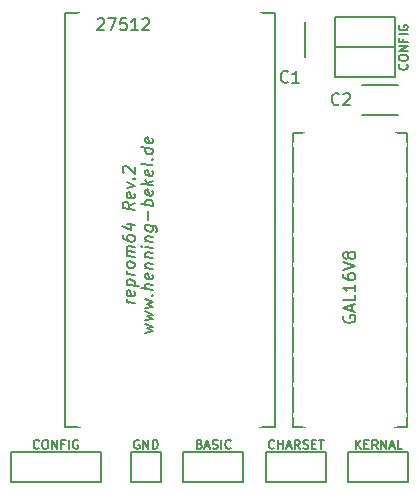
<source format=gto>
G04 #@! TF.FileFunction,Legend,Top*
%FSLAX46Y46*%
G04 Gerber Fmt 4.6, Leading zero omitted, Abs format (unit mm)*
G04 Created by KiCad (PCBNEW 4.0.0-rc2-stable) date 30.05.2016 18:01:25*
%MOMM*%
G01*
G04 APERTURE LIST*
%ADD10C,0.100000*%
%ADD11C,0.150000*%
%ADD12C,0.200000*%
%ADD13R,1.700000X1.700000*%
%ADD14C,1.700000*%
%ADD15O,2.000000X2.000000*%
%ADD16C,2.127200*%
%ADD17R,2.432000X2.432000*%
%ADD18O,2.432000X2.432000*%
%ADD19R,2.127200X2.432000*%
%ADD20O,2.127200X2.432000*%
G04 APERTURE END LIST*
D10*
D11*
X133413572Y-113925000D02*
X133342143Y-113889286D01*
X133235000Y-113889286D01*
X133127857Y-113925000D01*
X133056429Y-113996429D01*
X133020714Y-114067857D01*
X132985000Y-114210714D01*
X132985000Y-114317857D01*
X133020714Y-114460714D01*
X133056429Y-114532143D01*
X133127857Y-114603571D01*
X133235000Y-114639286D01*
X133306429Y-114639286D01*
X133413572Y-114603571D01*
X133449286Y-114567857D01*
X133449286Y-114317857D01*
X133306429Y-114317857D01*
X133770714Y-114639286D02*
X133770714Y-113889286D01*
X134199286Y-114639286D01*
X134199286Y-113889286D01*
X134556428Y-114639286D02*
X134556428Y-113889286D01*
X134735000Y-113889286D01*
X134842143Y-113925000D01*
X134913571Y-113996429D01*
X134949286Y-114067857D01*
X134985000Y-114210714D01*
X134985000Y-114317857D01*
X134949286Y-114460714D01*
X134913571Y-114532143D01*
X134842143Y-114603571D01*
X134735000Y-114639286D01*
X134556428Y-114639286D01*
X133027381Y-102314644D02*
X132360714Y-102231310D01*
X132551190Y-102255120D02*
X132455952Y-102195596D01*
X132408333Y-102142025D01*
X132360714Y-102040834D01*
X132360714Y-101945595D01*
X132979762Y-101308690D02*
X133027381Y-101409881D01*
X133027381Y-101600358D01*
X132979762Y-101689643D01*
X132884524Y-101725357D01*
X132503571Y-101677738D01*
X132408333Y-101618215D01*
X132360714Y-101517024D01*
X132360714Y-101326547D01*
X132408333Y-101237262D01*
X132503571Y-101201547D01*
X132598810Y-101213452D01*
X132694048Y-101701548D01*
X132360714Y-100755119D02*
X133360714Y-100880119D01*
X132408333Y-100761072D02*
X132360714Y-100659881D01*
X132360714Y-100469404D01*
X132408333Y-100380119D01*
X132455952Y-100338452D01*
X132551190Y-100302738D01*
X132836905Y-100338452D01*
X132932143Y-100397976D01*
X132979762Y-100451547D01*
X133027381Y-100552738D01*
X133027381Y-100743215D01*
X132979762Y-100832500D01*
X133027381Y-99933691D02*
X132360714Y-99850357D01*
X132551190Y-99874167D02*
X132455952Y-99814643D01*
X132408333Y-99761072D01*
X132360714Y-99659881D01*
X132360714Y-99564642D01*
X133027381Y-99171786D02*
X132979762Y-99261071D01*
X132932143Y-99302738D01*
X132836905Y-99338452D01*
X132551190Y-99302738D01*
X132455952Y-99243214D01*
X132408333Y-99189643D01*
X132360714Y-99088452D01*
X132360714Y-98945594D01*
X132408333Y-98856309D01*
X132455952Y-98814642D01*
X132551190Y-98778928D01*
X132836905Y-98814642D01*
X132932143Y-98874166D01*
X132979762Y-98927737D01*
X133027381Y-99028928D01*
X133027381Y-99171786D01*
X133027381Y-98409881D02*
X132360714Y-98326547D01*
X132455952Y-98338452D02*
X132408333Y-98284881D01*
X132360714Y-98183690D01*
X132360714Y-98040832D01*
X132408333Y-97951547D01*
X132503571Y-97915832D01*
X133027381Y-97981309D01*
X132503571Y-97915832D02*
X132408333Y-97856309D01*
X132360714Y-97755118D01*
X132360714Y-97612261D01*
X132408333Y-97522976D01*
X132503571Y-97487261D01*
X133027381Y-97552738D01*
X132027381Y-96522976D02*
X132027381Y-96713453D01*
X132075000Y-96814643D01*
X132122619Y-96868214D01*
X132265476Y-96981309D01*
X132455952Y-97052738D01*
X132836905Y-97100357D01*
X132932143Y-97064643D01*
X132979762Y-97022976D01*
X133027381Y-96933691D01*
X133027381Y-96743214D01*
X132979762Y-96642023D01*
X132932143Y-96588452D01*
X132836905Y-96528928D01*
X132598810Y-96499166D01*
X132503571Y-96534880D01*
X132455952Y-96576547D01*
X132408333Y-96665833D01*
X132408333Y-96856310D01*
X132455952Y-96957500D01*
X132503571Y-97011071D01*
X132598810Y-97070595D01*
X132360714Y-95612261D02*
X133027381Y-95695595D01*
X131979762Y-95802738D02*
X132694048Y-96130119D01*
X132694048Y-95511071D01*
X133027381Y-93838452D02*
X132551190Y-94112262D01*
X133027381Y-94409881D02*
X132027381Y-94284881D01*
X132027381Y-93903928D01*
X132075000Y-93814642D01*
X132122619Y-93772975D01*
X132217857Y-93737261D01*
X132360714Y-93755118D01*
X132455952Y-93814642D01*
X132503571Y-93868213D01*
X132551190Y-93969404D01*
X132551190Y-94350357D01*
X132979762Y-93022975D02*
X133027381Y-93124166D01*
X133027381Y-93314643D01*
X132979762Y-93403928D01*
X132884524Y-93439642D01*
X132503571Y-93392023D01*
X132408333Y-93332500D01*
X132360714Y-93231309D01*
X132360714Y-93040832D01*
X132408333Y-92951547D01*
X132503571Y-92915832D01*
X132598810Y-92927737D01*
X132694048Y-93415833D01*
X132360714Y-92564642D02*
X133027381Y-92409881D01*
X132360714Y-92088451D01*
X132932143Y-91778928D02*
X132979762Y-91737261D01*
X133027381Y-91790833D01*
X132979762Y-91832499D01*
X132932143Y-91778928D01*
X133027381Y-91790833D01*
X132122619Y-91249166D02*
X132075000Y-91195595D01*
X132027381Y-91094405D01*
X132027381Y-90856309D01*
X132075000Y-90767023D01*
X132122619Y-90725356D01*
X132217857Y-90689642D01*
X132313095Y-90701547D01*
X132455952Y-90767023D01*
X133027381Y-91409881D01*
X133027381Y-90790833D01*
X133910714Y-104802738D02*
X134577381Y-104695596D01*
X134101190Y-104445595D01*
X134577381Y-104314643D01*
X133910714Y-104040833D01*
X133910714Y-103755119D02*
X134577381Y-103647977D01*
X134101190Y-103397976D01*
X134577381Y-103267024D01*
X133910714Y-102993214D01*
X133910714Y-102707500D02*
X134577381Y-102600358D01*
X134101190Y-102350357D01*
X134577381Y-102219405D01*
X133910714Y-101945595D01*
X134482143Y-101636072D02*
X134529762Y-101594405D01*
X134577381Y-101647977D01*
X134529762Y-101689643D01*
X134482143Y-101636072D01*
X134577381Y-101647977D01*
X134577381Y-101171787D02*
X133577381Y-101046787D01*
X134577381Y-100743215D02*
X134053571Y-100677738D01*
X133958333Y-100713453D01*
X133910714Y-100802738D01*
X133910714Y-100945596D01*
X133958333Y-101046787D01*
X134005952Y-101100358D01*
X134529762Y-99880119D02*
X134577381Y-99981310D01*
X134577381Y-100171787D01*
X134529762Y-100261072D01*
X134434524Y-100296786D01*
X134053571Y-100249167D01*
X133958333Y-100189644D01*
X133910714Y-100088453D01*
X133910714Y-99897976D01*
X133958333Y-99808691D01*
X134053571Y-99772976D01*
X134148810Y-99784881D01*
X134244048Y-100272977D01*
X133910714Y-99326548D02*
X134577381Y-99409882D01*
X134005952Y-99338453D02*
X133958333Y-99284882D01*
X133910714Y-99183691D01*
X133910714Y-99040833D01*
X133958333Y-98951548D01*
X134053571Y-98915833D01*
X134577381Y-98981310D01*
X133910714Y-98421786D02*
X134577381Y-98505120D01*
X134005952Y-98433691D02*
X133958333Y-98380120D01*
X133910714Y-98278929D01*
X133910714Y-98136071D01*
X133958333Y-98046786D01*
X134053571Y-98011071D01*
X134577381Y-98076548D01*
X134577381Y-97600358D02*
X133910714Y-97517024D01*
X133577381Y-97475358D02*
X133625000Y-97528929D01*
X133672619Y-97487262D01*
X133625000Y-97433691D01*
X133577381Y-97475358D01*
X133672619Y-97487262D01*
X133910714Y-97040834D02*
X134577381Y-97124168D01*
X134005952Y-97052739D02*
X133958333Y-96999168D01*
X133910714Y-96897977D01*
X133910714Y-96755119D01*
X133958333Y-96665834D01*
X134053571Y-96630119D01*
X134577381Y-96695596D01*
X133910714Y-95707500D02*
X134720238Y-95808691D01*
X134815476Y-95868215D01*
X134863095Y-95921786D01*
X134910714Y-96022977D01*
X134910714Y-96165834D01*
X134863095Y-96255120D01*
X134529762Y-95784881D02*
X134577381Y-95886072D01*
X134577381Y-96076549D01*
X134529762Y-96165834D01*
X134482143Y-96207501D01*
X134386905Y-96243215D01*
X134101190Y-96207501D01*
X134005952Y-96147977D01*
X133958333Y-96094406D01*
X133910714Y-95993215D01*
X133910714Y-95802738D01*
X133958333Y-95713453D01*
X134196429Y-95267025D02*
X134196429Y-94505120D01*
X134577381Y-94076549D02*
X133577381Y-93951549D01*
X133958333Y-93999168D02*
X133910714Y-93897977D01*
X133910714Y-93707500D01*
X133958333Y-93618215D01*
X134005952Y-93576548D01*
X134101190Y-93540834D01*
X134386905Y-93576548D01*
X134482143Y-93636072D01*
X134529762Y-93689643D01*
X134577381Y-93790834D01*
X134577381Y-93981311D01*
X134529762Y-94070596D01*
X134529762Y-92784881D02*
X134577381Y-92886072D01*
X134577381Y-93076549D01*
X134529762Y-93165834D01*
X134434524Y-93201548D01*
X134053571Y-93153929D01*
X133958333Y-93094406D01*
X133910714Y-92993215D01*
X133910714Y-92802738D01*
X133958333Y-92713453D01*
X134053571Y-92677738D01*
X134148810Y-92689643D01*
X134244048Y-93177739D01*
X134577381Y-92314644D02*
X133577381Y-92189644D01*
X134196429Y-92171787D02*
X134577381Y-91933691D01*
X133910714Y-91850357D02*
X134291667Y-92278929D01*
X134529762Y-91118214D02*
X134577381Y-91219405D01*
X134577381Y-91409882D01*
X134529762Y-91499167D01*
X134434524Y-91534881D01*
X134053571Y-91487262D01*
X133958333Y-91427739D01*
X133910714Y-91326548D01*
X133910714Y-91136071D01*
X133958333Y-91046786D01*
X134053571Y-91011071D01*
X134148810Y-91022976D01*
X134244048Y-91511072D01*
X134577381Y-90505120D02*
X134529762Y-90594405D01*
X134434524Y-90630119D01*
X133577381Y-90522977D01*
X134482143Y-90112262D02*
X134529762Y-90070595D01*
X134577381Y-90124167D01*
X134529762Y-90165833D01*
X134482143Y-90112262D01*
X134577381Y-90124167D01*
X134577381Y-89219405D02*
X133577381Y-89094405D01*
X134529762Y-89213452D02*
X134577381Y-89314643D01*
X134577381Y-89505120D01*
X134529762Y-89594405D01*
X134482143Y-89636072D01*
X134386905Y-89671786D01*
X134101190Y-89636072D01*
X134005952Y-89576548D01*
X133958333Y-89522977D01*
X133910714Y-89421786D01*
X133910714Y-89231309D01*
X133958333Y-89142024D01*
X134529762Y-88356309D02*
X134577381Y-88457500D01*
X134577381Y-88647977D01*
X134529762Y-88737262D01*
X134434524Y-88772976D01*
X134053571Y-88725357D01*
X133958333Y-88665834D01*
X133910714Y-88564643D01*
X133910714Y-88374166D01*
X133958333Y-88284881D01*
X134053571Y-88249166D01*
X134148810Y-88261071D01*
X134244048Y-88749167D01*
X156096857Y-82073571D02*
X156132571Y-82109285D01*
X156168286Y-82216428D01*
X156168286Y-82287857D01*
X156132571Y-82395000D01*
X156061143Y-82466428D01*
X155989714Y-82502143D01*
X155846857Y-82537857D01*
X155739714Y-82537857D01*
X155596857Y-82502143D01*
X155525429Y-82466428D01*
X155454000Y-82395000D01*
X155418286Y-82287857D01*
X155418286Y-82216428D01*
X155454000Y-82109285D01*
X155489714Y-82073571D01*
X155418286Y-81609285D02*
X155418286Y-81466428D01*
X155454000Y-81395000D01*
X155525429Y-81323571D01*
X155668286Y-81287857D01*
X155918286Y-81287857D01*
X156061143Y-81323571D01*
X156132571Y-81395000D01*
X156168286Y-81466428D01*
X156168286Y-81609285D01*
X156132571Y-81680714D01*
X156061143Y-81752143D01*
X155918286Y-81787857D01*
X155668286Y-81787857D01*
X155525429Y-81752143D01*
X155454000Y-81680714D01*
X155418286Y-81609285D01*
X156168286Y-80966429D02*
X155418286Y-80966429D01*
X156168286Y-80537857D01*
X155418286Y-80537857D01*
X155775429Y-79930715D02*
X155775429Y-80180715D01*
X156168286Y-80180715D02*
X155418286Y-80180715D01*
X155418286Y-79823572D01*
X156168286Y-79537858D02*
X155418286Y-79537858D01*
X155454000Y-78787857D02*
X155418286Y-78859286D01*
X155418286Y-78966429D01*
X155454000Y-79073572D01*
X155525429Y-79145000D01*
X155596857Y-79180715D01*
X155739714Y-79216429D01*
X155846857Y-79216429D01*
X155989714Y-79180715D01*
X156061143Y-79145000D01*
X156132571Y-79073572D01*
X156168286Y-78966429D01*
X156168286Y-78895000D01*
X156132571Y-78787857D01*
X156096857Y-78752143D01*
X155846857Y-78752143D01*
X155846857Y-78895000D01*
X124936429Y-114567857D02*
X124900715Y-114603571D01*
X124793572Y-114639286D01*
X124722143Y-114639286D01*
X124615000Y-114603571D01*
X124543572Y-114532143D01*
X124507857Y-114460714D01*
X124472143Y-114317857D01*
X124472143Y-114210714D01*
X124507857Y-114067857D01*
X124543572Y-113996429D01*
X124615000Y-113925000D01*
X124722143Y-113889286D01*
X124793572Y-113889286D01*
X124900715Y-113925000D01*
X124936429Y-113960714D01*
X125400715Y-113889286D02*
X125543572Y-113889286D01*
X125615000Y-113925000D01*
X125686429Y-113996429D01*
X125722143Y-114139286D01*
X125722143Y-114389286D01*
X125686429Y-114532143D01*
X125615000Y-114603571D01*
X125543572Y-114639286D01*
X125400715Y-114639286D01*
X125329286Y-114603571D01*
X125257857Y-114532143D01*
X125222143Y-114389286D01*
X125222143Y-114139286D01*
X125257857Y-113996429D01*
X125329286Y-113925000D01*
X125400715Y-113889286D01*
X126043571Y-114639286D02*
X126043571Y-113889286D01*
X126472143Y-114639286D01*
X126472143Y-113889286D01*
X127079285Y-114246429D02*
X126829285Y-114246429D01*
X126829285Y-114639286D02*
X126829285Y-113889286D01*
X127186428Y-113889286D01*
X127472142Y-114639286D02*
X127472142Y-113889286D01*
X128222143Y-113925000D02*
X128150714Y-113889286D01*
X128043571Y-113889286D01*
X127936428Y-113925000D01*
X127865000Y-113996429D01*
X127829285Y-114067857D01*
X127793571Y-114210714D01*
X127793571Y-114317857D01*
X127829285Y-114460714D01*
X127865000Y-114532143D01*
X127936428Y-114603571D01*
X128043571Y-114639286D01*
X128115000Y-114639286D01*
X128222143Y-114603571D01*
X128257857Y-114567857D01*
X128257857Y-114317857D01*
X128115000Y-114317857D01*
X151741429Y-114639286D02*
X151741429Y-113889286D01*
X152170001Y-114639286D02*
X151848572Y-114210714D01*
X152170001Y-113889286D02*
X151741429Y-114317857D01*
X152491429Y-114246429D02*
X152741429Y-114246429D01*
X152848572Y-114639286D02*
X152491429Y-114639286D01*
X152491429Y-113889286D01*
X152848572Y-113889286D01*
X153598572Y-114639286D02*
X153348572Y-114282143D01*
X153170000Y-114639286D02*
X153170000Y-113889286D01*
X153455715Y-113889286D01*
X153527143Y-113925000D01*
X153562858Y-113960714D01*
X153598572Y-114032143D01*
X153598572Y-114139286D01*
X153562858Y-114210714D01*
X153527143Y-114246429D01*
X153455715Y-114282143D01*
X153170000Y-114282143D01*
X153920000Y-114639286D02*
X153920000Y-113889286D01*
X154348572Y-114639286D01*
X154348572Y-113889286D01*
X154670000Y-114425000D02*
X155027143Y-114425000D01*
X154598572Y-114639286D02*
X154848572Y-113889286D01*
X155098572Y-114639286D01*
X155705714Y-114639286D02*
X155348571Y-114639286D01*
X155348571Y-113889286D01*
X144845715Y-114567857D02*
X144810001Y-114603571D01*
X144702858Y-114639286D01*
X144631429Y-114639286D01*
X144524286Y-114603571D01*
X144452858Y-114532143D01*
X144417143Y-114460714D01*
X144381429Y-114317857D01*
X144381429Y-114210714D01*
X144417143Y-114067857D01*
X144452858Y-113996429D01*
X144524286Y-113925000D01*
X144631429Y-113889286D01*
X144702858Y-113889286D01*
X144810001Y-113925000D01*
X144845715Y-113960714D01*
X145167143Y-114639286D02*
X145167143Y-113889286D01*
X145167143Y-114246429D02*
X145595715Y-114246429D01*
X145595715Y-114639286D02*
X145595715Y-113889286D01*
X145917143Y-114425000D02*
X146274286Y-114425000D01*
X145845715Y-114639286D02*
X146095715Y-113889286D01*
X146345715Y-114639286D01*
X147024286Y-114639286D02*
X146774286Y-114282143D01*
X146595714Y-114639286D02*
X146595714Y-113889286D01*
X146881429Y-113889286D01*
X146952857Y-113925000D01*
X146988572Y-113960714D01*
X147024286Y-114032143D01*
X147024286Y-114139286D01*
X146988572Y-114210714D01*
X146952857Y-114246429D01*
X146881429Y-114282143D01*
X146595714Y-114282143D01*
X147310000Y-114603571D02*
X147417143Y-114639286D01*
X147595714Y-114639286D01*
X147667143Y-114603571D01*
X147702857Y-114567857D01*
X147738572Y-114496429D01*
X147738572Y-114425000D01*
X147702857Y-114353571D01*
X147667143Y-114317857D01*
X147595714Y-114282143D01*
X147452857Y-114246429D01*
X147381429Y-114210714D01*
X147345714Y-114175000D01*
X147310000Y-114103571D01*
X147310000Y-114032143D01*
X147345714Y-113960714D01*
X147381429Y-113925000D01*
X147452857Y-113889286D01*
X147631429Y-113889286D01*
X147738572Y-113925000D01*
X148060000Y-114246429D02*
X148310000Y-114246429D01*
X148417143Y-114639286D02*
X148060000Y-114639286D01*
X148060000Y-113889286D01*
X148417143Y-113889286D01*
X148631429Y-113889286D02*
X149060000Y-113889286D01*
X148845714Y-114639286D02*
X148845714Y-113889286D01*
D12*
X144907000Y-112776000D02*
X143637000Y-112776000D01*
X127127000Y-112776000D02*
X128397000Y-112776000D01*
X144907000Y-77724000D02*
X143637000Y-77724000D01*
X127127000Y-77724000D02*
X128397000Y-77724000D01*
X144907000Y-112776000D02*
X144907000Y-77724000D01*
X127127000Y-112776000D02*
X127127000Y-77724000D01*
D11*
X138521428Y-114246429D02*
X138628571Y-114282143D01*
X138664286Y-114317857D01*
X138700000Y-114389286D01*
X138700000Y-114496429D01*
X138664286Y-114567857D01*
X138628571Y-114603571D01*
X138557143Y-114639286D01*
X138271428Y-114639286D01*
X138271428Y-113889286D01*
X138521428Y-113889286D01*
X138592857Y-113925000D01*
X138628571Y-113960714D01*
X138664286Y-114032143D01*
X138664286Y-114103571D01*
X138628571Y-114175000D01*
X138592857Y-114210714D01*
X138521428Y-114246429D01*
X138271428Y-114246429D01*
X138985714Y-114425000D02*
X139342857Y-114425000D01*
X138914286Y-114639286D02*
X139164286Y-113889286D01*
X139414286Y-114639286D01*
X139628571Y-114603571D02*
X139735714Y-114639286D01*
X139914285Y-114639286D01*
X139985714Y-114603571D01*
X140021428Y-114567857D01*
X140057143Y-114496429D01*
X140057143Y-114425000D01*
X140021428Y-114353571D01*
X139985714Y-114317857D01*
X139914285Y-114282143D01*
X139771428Y-114246429D01*
X139700000Y-114210714D01*
X139664285Y-114175000D01*
X139628571Y-114103571D01*
X139628571Y-114032143D01*
X139664285Y-113960714D01*
X139700000Y-113925000D01*
X139771428Y-113889286D01*
X139950000Y-113889286D01*
X140057143Y-113925000D01*
X140378571Y-114639286D02*
X140378571Y-113889286D01*
X141164286Y-114567857D02*
X141128572Y-114603571D01*
X141021429Y-114639286D01*
X140950000Y-114639286D01*
X140842857Y-114603571D01*
X140771429Y-114532143D01*
X140735714Y-114460714D01*
X140700000Y-114317857D01*
X140700000Y-114210714D01*
X140735714Y-114067857D01*
X140771429Y-113996429D01*
X140842857Y-113925000D01*
X140950000Y-113889286D01*
X141021429Y-113889286D01*
X141128572Y-113925000D01*
X141164286Y-113960714D01*
X147427000Y-78490000D02*
X147427000Y-81490000D01*
X144927000Y-81490000D02*
X144927000Y-78490000D01*
X155317000Y-86340000D02*
X152317000Y-86340000D01*
X152317000Y-83840000D02*
X155317000Y-83840000D01*
X139700000Y-114935000D02*
X142240000Y-114935000D01*
X142240000Y-114935000D02*
X142240000Y-117475000D01*
X142240000Y-117475000D02*
X139700000Y-117475000D01*
X139700000Y-117475000D02*
X137160000Y-117475000D01*
X139700000Y-114935000D02*
X137160000Y-114935000D01*
X137160000Y-114935000D02*
X137160000Y-117475000D01*
X146685000Y-114935000D02*
X149225000Y-114935000D01*
X149225000Y-114935000D02*
X149225000Y-117475000D01*
X149225000Y-117475000D02*
X146685000Y-117475000D01*
X146685000Y-117475000D02*
X144145000Y-117475000D01*
X146685000Y-114935000D02*
X144145000Y-114935000D01*
X144145000Y-114935000D02*
X144145000Y-117475000D01*
X153670000Y-114935000D02*
X156210000Y-114935000D01*
X156210000Y-114935000D02*
X156210000Y-117475000D01*
X156210000Y-117475000D02*
X153670000Y-117475000D01*
X153670000Y-117475000D02*
X151130000Y-117475000D01*
X153670000Y-114935000D02*
X151130000Y-114935000D01*
X151130000Y-114935000D02*
X151130000Y-117475000D01*
X152527000Y-78105000D02*
X155067000Y-78105000D01*
X155067000Y-78105000D02*
X155067000Y-80645000D01*
X155067000Y-80645000D02*
X152527000Y-80645000D01*
X152527000Y-80645000D02*
X149987000Y-80645000D01*
X152527000Y-78105000D02*
X149987000Y-78105000D01*
X149987000Y-78105000D02*
X149987000Y-80645000D01*
X152527000Y-80645000D02*
X155067000Y-80645000D01*
X155067000Y-80645000D02*
X155067000Y-83185000D01*
X155067000Y-83185000D02*
X152527000Y-83185000D01*
X152527000Y-83185000D02*
X149987000Y-83185000D01*
X152527000Y-80645000D02*
X149987000Y-80645000D01*
X149987000Y-80645000D02*
X149987000Y-83185000D01*
X155067000Y-87884000D02*
X156083000Y-87884000D01*
X156083000Y-87884000D02*
X156083000Y-112776000D01*
X156083000Y-112776000D02*
X155067000Y-112776000D01*
X146431000Y-112776000D02*
X146431000Y-87884000D01*
X147447000Y-112776000D02*
X146431000Y-112776000D01*
X147447000Y-87884000D02*
X146431000Y-87884000D01*
X127635000Y-114935000D02*
X130175000Y-114935000D01*
X130175000Y-114935000D02*
X130175000Y-117475000D01*
X130175000Y-117475000D02*
X127635000Y-117475000D01*
X127635000Y-114935000D02*
X122555000Y-114935000D01*
X122555000Y-114935000D02*
X122555000Y-117475000D01*
X122555000Y-117475000D02*
X127635000Y-117475000D01*
X132715000Y-117475000D02*
X135255000Y-117475000D01*
X132715000Y-117475000D02*
X132715000Y-114935000D01*
X132715000Y-114935000D02*
X135255000Y-114935000D01*
X135255000Y-114935000D02*
X135255000Y-117475000D01*
X146010334Y-83542143D02*
X145962715Y-83589762D01*
X145819858Y-83637381D01*
X145724620Y-83637381D01*
X145581762Y-83589762D01*
X145486524Y-83494524D01*
X145438905Y-83399286D01*
X145391286Y-83208810D01*
X145391286Y-83065952D01*
X145438905Y-82875476D01*
X145486524Y-82780238D01*
X145581762Y-82685000D01*
X145724620Y-82637381D01*
X145819858Y-82637381D01*
X145962715Y-82685000D01*
X146010334Y-82732619D01*
X146962715Y-83637381D02*
X146391286Y-83637381D01*
X146677000Y-83637381D02*
X146677000Y-82637381D01*
X146581762Y-82780238D01*
X146486524Y-82875476D01*
X146391286Y-82923095D01*
X150328334Y-85447143D02*
X150280715Y-85494762D01*
X150137858Y-85542381D01*
X150042620Y-85542381D01*
X149899762Y-85494762D01*
X149804524Y-85399524D01*
X149756905Y-85304286D01*
X149709286Y-85113810D01*
X149709286Y-84970952D01*
X149756905Y-84780476D01*
X149804524Y-84685238D01*
X149899762Y-84590000D01*
X150042620Y-84542381D01*
X150137858Y-84542381D01*
X150280715Y-84590000D01*
X150328334Y-84637619D01*
X150709286Y-84637619D02*
X150756905Y-84590000D01*
X150852143Y-84542381D01*
X151090239Y-84542381D01*
X151185477Y-84590000D01*
X151233096Y-84637619D01*
X151280715Y-84732857D01*
X151280715Y-84828095D01*
X151233096Y-84970952D01*
X150661667Y-85542381D01*
X151280715Y-85542381D01*
X129889524Y-78287619D02*
X129937143Y-78240000D01*
X130032381Y-78192381D01*
X130270477Y-78192381D01*
X130365715Y-78240000D01*
X130413334Y-78287619D01*
X130460953Y-78382857D01*
X130460953Y-78478095D01*
X130413334Y-78620952D01*
X129841905Y-79192381D01*
X130460953Y-79192381D01*
X130794286Y-78192381D02*
X131460953Y-78192381D01*
X131032381Y-79192381D01*
X132318096Y-78192381D02*
X131841905Y-78192381D01*
X131794286Y-78668571D01*
X131841905Y-78620952D01*
X131937143Y-78573333D01*
X132175239Y-78573333D01*
X132270477Y-78620952D01*
X132318096Y-78668571D01*
X132365715Y-78763810D01*
X132365715Y-79001905D01*
X132318096Y-79097143D01*
X132270477Y-79144762D01*
X132175239Y-79192381D01*
X131937143Y-79192381D01*
X131841905Y-79144762D01*
X131794286Y-79097143D01*
X133318096Y-79192381D02*
X132746667Y-79192381D01*
X133032381Y-79192381D02*
X133032381Y-78192381D01*
X132937143Y-78335238D01*
X132841905Y-78430476D01*
X132746667Y-78478095D01*
X133699048Y-78287619D02*
X133746667Y-78240000D01*
X133841905Y-78192381D01*
X134080001Y-78192381D01*
X134175239Y-78240000D01*
X134222858Y-78287619D01*
X134270477Y-78382857D01*
X134270477Y-78478095D01*
X134222858Y-78620952D01*
X133651429Y-79192381D01*
X134270477Y-79192381D01*
X150757000Y-103393571D02*
X150709381Y-103488809D01*
X150709381Y-103631666D01*
X150757000Y-103774524D01*
X150852238Y-103869762D01*
X150947476Y-103917381D01*
X151137952Y-103965000D01*
X151280810Y-103965000D01*
X151471286Y-103917381D01*
X151566524Y-103869762D01*
X151661762Y-103774524D01*
X151709381Y-103631666D01*
X151709381Y-103536428D01*
X151661762Y-103393571D01*
X151614143Y-103345952D01*
X151280810Y-103345952D01*
X151280810Y-103536428D01*
X151423667Y-102965000D02*
X151423667Y-102488809D01*
X151709381Y-103060238D02*
X150709381Y-102726905D01*
X151709381Y-102393571D01*
X151709381Y-101584047D02*
X151709381Y-102060238D01*
X150709381Y-102060238D01*
X151709381Y-100726904D02*
X151709381Y-101298333D01*
X151709381Y-101012619D02*
X150709381Y-101012619D01*
X150852238Y-101107857D01*
X150947476Y-101203095D01*
X150995095Y-101298333D01*
X150709381Y-99869761D02*
X150709381Y-100060238D01*
X150757000Y-100155476D01*
X150804619Y-100203095D01*
X150947476Y-100298333D01*
X151137952Y-100345952D01*
X151518905Y-100345952D01*
X151614143Y-100298333D01*
X151661762Y-100250714D01*
X151709381Y-100155476D01*
X151709381Y-99964999D01*
X151661762Y-99869761D01*
X151614143Y-99822142D01*
X151518905Y-99774523D01*
X151280810Y-99774523D01*
X151185571Y-99822142D01*
X151137952Y-99869761D01*
X151090333Y-99964999D01*
X151090333Y-100155476D01*
X151137952Y-100250714D01*
X151185571Y-100298333D01*
X151280810Y-100345952D01*
X150709381Y-99488809D02*
X151709381Y-99155476D01*
X150709381Y-98822142D01*
X151137952Y-98345952D02*
X151090333Y-98441190D01*
X151042714Y-98488809D01*
X150947476Y-98536428D01*
X150899857Y-98536428D01*
X150804619Y-98488809D01*
X150757000Y-98441190D01*
X150709381Y-98345952D01*
X150709381Y-98155475D01*
X150757000Y-98060237D01*
X150804619Y-98012618D01*
X150899857Y-97964999D01*
X150947476Y-97964999D01*
X151042714Y-98012618D01*
X151090333Y-98060237D01*
X151137952Y-98155475D01*
X151137952Y-98345952D01*
X151185571Y-98441190D01*
X151233190Y-98488809D01*
X151328429Y-98536428D01*
X151518905Y-98536428D01*
X151614143Y-98488809D01*
X151661762Y-98441190D01*
X151709381Y-98345952D01*
X151709381Y-98155475D01*
X151661762Y-98060237D01*
X151614143Y-98012618D01*
X151518905Y-97964999D01*
X151328429Y-97964999D01*
X151233190Y-98012618D01*
X151185571Y-98060237D01*
X151137952Y-98155475D01*
%LPC*%
D13*
X146177000Y-78740000D03*
D14*
X146177000Y-81240000D03*
D13*
X155067000Y-85090000D03*
D14*
X152567000Y-85090000D03*
D15*
X125857000Y-78740000D03*
X125857000Y-81280000D03*
X125857000Y-83820000D03*
X125857000Y-86360000D03*
X125857000Y-88900000D03*
X125857000Y-91440000D03*
X125857000Y-93980000D03*
X125857000Y-96520000D03*
X125857000Y-99060000D03*
X125857000Y-101600000D03*
X125857000Y-104140000D03*
X125857000Y-106680000D03*
X125857000Y-109220000D03*
X125857000Y-111760000D03*
X141097000Y-111760000D03*
X141097000Y-109220000D03*
X141097000Y-106680000D03*
X141097000Y-104140000D03*
X141097000Y-101600000D03*
X141097000Y-99060000D03*
X141097000Y-96520000D03*
X141097000Y-93980000D03*
X141097000Y-91440000D03*
X141097000Y-88900000D03*
X141097000Y-86360000D03*
X141097000Y-83820000D03*
X141097000Y-81280000D03*
X141097000Y-78740000D03*
X128397000Y-78740000D03*
X128397000Y-81280000D03*
X128397000Y-83820000D03*
X128397000Y-86360000D03*
X128397000Y-88900000D03*
X128397000Y-91440000D03*
X128397000Y-93980000D03*
X128397000Y-96520000D03*
X128397000Y-99060000D03*
X128397000Y-101600000D03*
X128397000Y-104140000D03*
X128397000Y-106680000D03*
X128397000Y-109220000D03*
X128397000Y-111760000D03*
X143637000Y-111760000D03*
X143637000Y-109220000D03*
X143637000Y-106680000D03*
X143637000Y-104140000D03*
X143637000Y-101600000D03*
X143637000Y-99060000D03*
X143637000Y-96520000D03*
X143637000Y-93980000D03*
X143637000Y-91440000D03*
X143637000Y-88900000D03*
X143637000Y-86360000D03*
X143637000Y-83820000D03*
X143637000Y-81280000D03*
X143637000Y-78740000D03*
X123317000Y-83820000D03*
X123317000Y-86360000D03*
X123317000Y-88900000D03*
X123317000Y-91440000D03*
X123317000Y-93980000D03*
X123317000Y-96520000D03*
X123317000Y-99060000D03*
X123317000Y-101600000D03*
X123317000Y-104140000D03*
X123317000Y-106680000D03*
X123317000Y-109220000D03*
X123317000Y-111760000D03*
X138557000Y-111760000D03*
X138557000Y-109220000D03*
X138557000Y-106680000D03*
X138557000Y-104140000D03*
X138557000Y-101600000D03*
X138557000Y-99060000D03*
X138557000Y-96520000D03*
X138557000Y-93980000D03*
X138557000Y-91440000D03*
X138557000Y-88900000D03*
X138557000Y-86360000D03*
X138557000Y-83820000D03*
D16*
X113030000Y-91440000D03*
X113030000Y-93980000D03*
X113030000Y-96520000D03*
X158750000Y-91440000D03*
X158750000Y-93980000D03*
X158750000Y-96520000D03*
X115570000Y-91440000D03*
X115570000Y-93980000D03*
X115570000Y-96520000D03*
X118110000Y-91440000D03*
X118110000Y-93980000D03*
X118110000Y-96520000D03*
X120650000Y-91440000D03*
X120650000Y-93980000D03*
X120650000Y-96520000D03*
X161290000Y-91440000D03*
X161290000Y-93980000D03*
X161290000Y-96520000D03*
X163830000Y-91440000D03*
X163830000Y-93980000D03*
X163830000Y-96520000D03*
D17*
X140970000Y-116205000D03*
D18*
X138430000Y-116205000D03*
D17*
X147955000Y-116205000D03*
D18*
X145415000Y-116205000D03*
D17*
X154940000Y-116205000D03*
D18*
X152400000Y-116205000D03*
D17*
X153797000Y-79375000D03*
D18*
X151257000Y-79375000D03*
D17*
X153797000Y-81915000D03*
D18*
X151257000Y-81915000D03*
D15*
X147447000Y-88900000D03*
X147447000Y-91440000D03*
X147447000Y-93980000D03*
X147447000Y-96520000D03*
X147447000Y-99060000D03*
X147447000Y-101600000D03*
X147447000Y-104140000D03*
X147447000Y-106680000D03*
X147447000Y-109220000D03*
X147447000Y-111760000D03*
X155067000Y-111760000D03*
X155067000Y-109220000D03*
X155067000Y-106680000D03*
X155067000Y-104140000D03*
X155067000Y-101600000D03*
X155067000Y-99060000D03*
X155067000Y-96520000D03*
X155067000Y-93980000D03*
X155067000Y-91440000D03*
X155067000Y-88900000D03*
D19*
X128905000Y-116205000D03*
D20*
X126365000Y-116205000D03*
X123825000Y-116205000D03*
D17*
X133985000Y-116205000D03*
M02*

</source>
